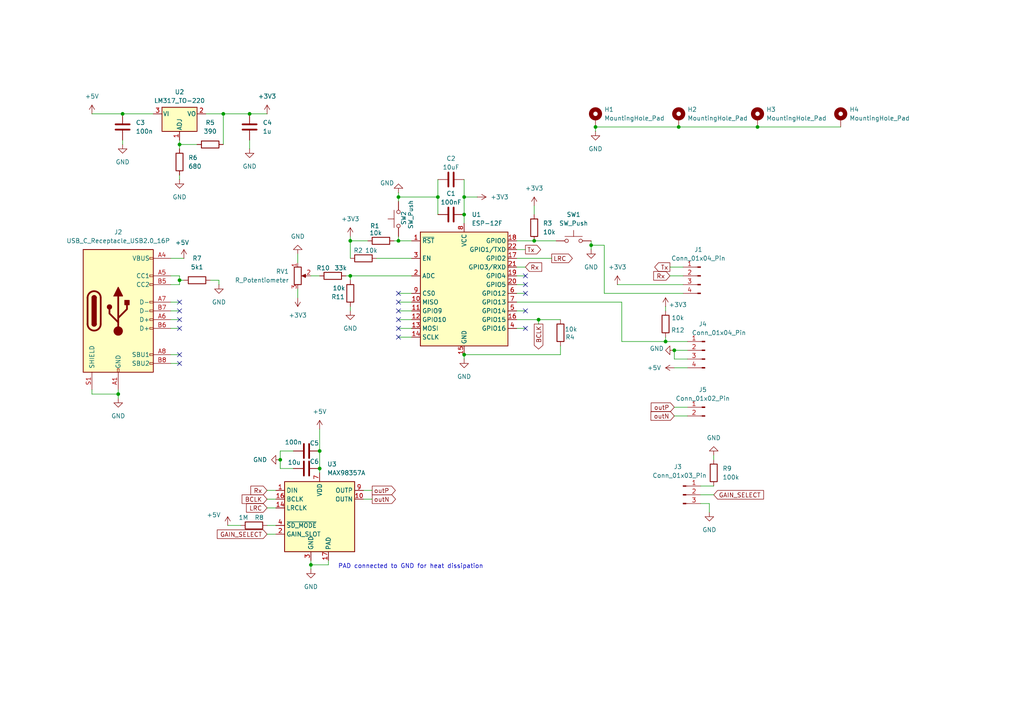
<source format=kicad_sch>
(kicad_sch (version 20250114) (generator "eeschema") (generator_version "9.0")
  (paper "A4")
  (lib_symbols
    (symbol "Audio:MAX98357A"
      (property "Reference" "U" (at -8.89 11.43 0))
      (property "Value" "MAX98357A" (at 10.16 11.43 0))
      (symbol "MAX98357A_1_1"
        (rectangle (start -10.16 10.16) (end 10.16 -10.16) (stroke (width 0.254)) (fill (type background)))
        (pin input line (at -12.7 7.62 0) (length 2.54) (name "DIN") (number "1"))
        (pin input line (at -12.7 5.08 0) (length 2.54) (name "BCLK") (number "16"))
        (pin input line (at -12.7 2.54 0) (length 2.54) (name "LRCLK") (number "14"))
        (pin input line (at -12.7 -2.54 0) (length 2.54) (name "~{SD_MODE}") (number "4"))
        (pin passive line (at -12.7 -5.08 0) (length 2.54) (name "GAIN_SLOT") (number "2"))
        (pin passive line (at -2.54 -12.7 90) (length 2.54) (hide yes) (name "GND") (number "11"))
        (pin passive line (at -2.54 -12.7 90) (length 2.54) (hide yes) (name "GND") (number "15"))
        (pin power_in line (at -2.54 -12.7 90) (length 2.54) (name "GND") (number "3"))
        (pin power_in line (at 0 12.7 270) (length 2.54) (name "VDD") (number "7"))
        (pin passive line (at 0 12.7 270) (length 2.54) (hide yes) (name "VDD") (number "8"))
        (pin unspecified line (at 2.54 -12.7 90) (length 2.54) (name "PAD") (number "17"))
        (pin no_connect line (at 10.16 2.54 180) (length 2.54) (hide yes) (name "NC") (number "5"))
        (pin no_connect line (at 10.16 0 180) (length 2.54) (hide yes) (name "NC") (number "6"))
        (pin no_connect line (at 10.16 -5.08 180) (length 2.54) (hide yes) (name "NC") (number "12"))
        (pin no_connect line (at 10.16 -7.62 180) (length 2.54) (hide yes) (name "NC") (number "13"))
        (pin output line (at 12.7 7.62 180) (length 2.54) (name "OUTP") (number "9"))
        (pin output line (at 12.7 5.08 180) (length 2.54) (name "OUTN") (number "10"))
      )
    )
    (symbol "Connector:Conn_01x02_Pin" (pin_names (offset 1.016) (hide yes))
      (property "Reference" "J" (at 0 2.54 0))
      (property "Value" "Conn_01x02_Pin" (at 0 -5.08 0))
      (symbol "Conn_01x02_Pin_1_1"
        (rectangle (start 0.8636 0.127) (end 0 -0.127) (stroke (width 0.1524)) (fill (type outline)))
        (rectangle (start 0.8636 -2.413) (end 0 -2.667) (stroke (width 0.1524)) (fill (type outline)))
        (polyline (pts (xy 1.27 0) (xy 0.8636 0)) (stroke (width 0.1524)))
        (polyline (pts (xy 1.27 -2.54) (xy 0.8636 -2.54)) (stroke (width 0.1524)))
        (pin passive line (at 5.08 0 180) (length 3.81) (name "Pin_1") (number "1"))
        (pin passive line (at 5.08 -2.54 180) (length 3.81) (name "Pin_2") (number "2"))
      )
    )
    (symbol "Connector:Conn_01x03_Pin" (pin_names (offset 1.016) (hide yes))
      (property "Reference" "J" (at 0 5.08 0))
      (property "Value" "Conn_01x03_Pin" (at 0 -5.08 0))
      (symbol "Conn_01x03_Pin_1_1"
        (rectangle (start 0.8636 2.667) (end 0 2.413) (stroke (width 0.1524)) (fill (type outline)))
        (rectangle (start 0.8636 0.127) (end 0 -0.127) (stroke (width 0.1524)) (fill (type outline)))
        (rectangle (start 0.8636 -2.413) (end 0 -2.667) (stroke (width 0.1524)) (fill (type outline)))
        (polyline (pts (xy 1.27 2.54) (xy 0.8636 2.54)) (stroke (width 0.1524)))
        (polyline (pts (xy 1.27 0) (xy 0.8636 0)) (stroke (width 0.1524)))
        (polyline (pts (xy 1.27 -2.54) (xy 0.8636 -2.54)) (stroke (width 0.1524)))
        (pin passive line (at 5.08 2.54 180) (length 3.81) (name "Pin_1") (number "1"))
        (pin passive line (at 5.08 0 180) (length 3.81) (name "Pin_2") (number "2"))
        (pin passive line (at 5.08 -2.54 180) (length 3.81) (name "Pin_3") (number "3"))
      )
    )
    (symbol "Connector:Conn_01x04_Pin" (pin_names (offset 1.016) (hide yes))
      (property "Reference" "J" (at 0 5.08 0))
      (property "Value" "Conn_01x04_Pin" (at 0 -7.62 0))
      (symbol "Conn_01x04_Pin_1_1"
        (rectangle (start 0.8636 2.667) (end 0 2.413) (stroke (width 0.1524)) (fill (type outline)))
        (rectangle (start 0.8636 0.127) (end 0 -0.127) (stroke (width 0.1524)) (fill (type outline)))
        (rectangle (start 0.8636 -2.413) (end 0 -2.667) (stroke (width 0.1524)) (fill (type outline)))
        (rectangle (start 0.8636 -4.953) (end 0 -5.207) (stroke (width 0.1524)) (fill (type outline)))
        (polyline (pts (xy 1.27 2.54) (xy 0.8636 2.54)) (stroke (width 0.1524)))
        (polyline (pts (xy 1.27 0) (xy 0.8636 0)) (stroke (width 0.1524)))
        (polyline (pts (xy 1.27 -2.54) (xy 0.8636 -2.54)) (stroke (width 0.1524)))
        (polyline (pts (xy 1.27 -5.08) (xy 0.8636 -5.08)) (stroke (width 0.1524)))
        (pin passive line (at 5.08 2.54 180) (length 3.81) (name "Pin_1") (number "1"))
        (pin passive line (at 5.08 0 180) (length 3.81) (name "Pin_2") (number "2"))
        (pin passive line (at 5.08 -2.54 180) (length 3.81) (name "Pin_3") (number "3"))
        (pin passive line (at 5.08 -5.08 180) (length 3.81) (name "Pin_4") (number "4"))
      )
    )
    (symbol "Connector:USB_C_Receptacle_USB2.0_16P" (pin_names (offset 1.016))
      (property "Reference" "J" (at 0 22.225 0))
      (property "Value" "USB_C_Receptacle_USB2.0_16P" (at 0 19.685 0))
      (symbol "USB_C_Receptacle_USB2.0_16P_0_0"
        (rectangle (start -0.254 -17.78) (end 0.254 -16.764))
        (rectangle (start 10.16 15.494) (end 9.144 14.986))
        (rectangle (start 10.16 10.414) (end 9.144 9.906))
        (rectangle (start 10.16 7.874) (end 9.144 7.366))
        (rectangle (start 10.16 2.794) (end 9.144 2.286))
        (rectangle (start 10.16 0.254) (end 9.144 -0.254))
        (rectangle (start 10.16 -2.286) (end 9.144 -2.794))
        (rectangle (start 10.16 -4.826) (end 9.144 -5.334))
        (rectangle (start 10.16 -12.446) (end 9.144 -12.954))
        (rectangle (start 10.16 -14.986) (end 9.144 -15.494))
      )
      (symbol "USB_C_Receptacle_USB2.0_16P_0_1"
        (rectangle (start -10.16 17.78) (end 10.16 -17.78) (stroke (width 0.254)) (fill (type background)))
        (polyline (pts (xy -8.89 -3.81) (xy -8.89 3.81)) (stroke (width 0.508)))
        (rectangle (start -7.62 -3.81) (end -6.35 3.81) (stroke (width 0.254)) (fill (type outline)))
        (arc (start -7.62 3.81) (mid -6.985 4.4423) (end -6.35 3.81) (stroke (width 0.254)))
        (arc (start -7.62 3.81) (mid -6.985 4.4423) (end -6.35 3.81) (stroke (width 0.254)) (fill (type outline)))
        (arc (start -8.89 3.81) (mid -6.985 5.7067) (end -5.08 3.81) (stroke (width 0.508)))
        (arc (start -5.08 -3.81) (mid -6.985 -5.7067) (end -8.89 -3.81) (stroke (width 0.508)))
        (arc (start -6.35 -3.81) (mid -6.985 -4.4423) (end -7.62 -3.81) (stroke (width 0.254)))
        (arc (start -6.35 -3.81) (mid -6.985 -4.4423) (end -7.62 -3.81) (stroke (width 0.254)) (fill (type outline)))
        (polyline (pts (xy -5.08 3.81) (xy -5.08 -3.81)) (stroke (width 0.508)))
        (circle (center -2.54 1.143) (radius 0.635) (stroke (width 0.254)) (fill (type outline)))
        (polyline (pts (xy -1.27 4.318) (xy 0 6.858) (xy 1.27 4.318) (xy -1.27 4.318)) (stroke (width 0.254)) (fill (type outline)))
        (polyline (pts (xy 0 -2.032) (xy 2.54 0.508) (xy 2.54 1.778)) (stroke (width 0.508)))
        (polyline (pts (xy 0 -3.302) (xy -2.54 -0.762) (xy -2.54 0.508)) (stroke (width 0.508)))
        (polyline (pts (xy 0 -5.842) (xy 0 4.318)) (stroke (width 0.508)))
        (circle (center 0 -5.842) (radius 1.27) (fill (type outline)))
        (rectangle (start 1.905 1.778) (end 3.175 3.048) (stroke (width 0.254)) (fill (type outline)))
      )
      (symbol "USB_C_Receptacle_USB2.0_16P_1_1"
        (pin passive line (at -7.62 -22.86 90) (length 5.08) (name "SHIELD") (number "S1"))
        (pin passive line (at 0 -22.86 90) (length 5.08) (name "GND") (number "A1"))
        (pin passive line (at 0 -22.86 90) (length 5.08) (hide yes) (name "GND") (number "A12"))
        (pin passive line (at 0 -22.86 90) (length 5.08) (hide yes) (name "GND") (number "B1"))
        (pin passive line (at 0 -22.86 90) (length 5.08) (hide yes) (name "GND") (number "B12"))
        (pin passive line (at 15.24 15.24 180) (length 5.08) (name "VBUS") (number "A4"))
        (pin passive line (at 15.24 15.24 180) (length 5.08) (hide yes) (name "VBUS") (number "A9"))
        (pin passive line (at 15.24 15.24 180) (length 5.08) (hide yes) (name "VBUS") (number "B4"))
        (pin passive line (at 15.24 15.24 180) (length 5.08) (hide yes) (name "VBUS") (number "B9"))
        (pin bidirectional line (at 15.24 10.16 180) (length 5.08) (name "CC1") (number "A5"))
        (pin bidirectional line (at 15.24 7.62 180) (length 5.08) (name "CC2") (number "B5"))
        (pin bidirectional line (at 15.24 2.54 180) (length 5.08) (name "D-") (number "A7"))
        (pin bidirectional line (at 15.24 0 180) (length 5.08) (name "D-") (number "B7"))
        (pin bidirectional line (at 15.24 -2.54 180) (length 5.08) (name "D+") (number "A6"))
        (pin bidirectional line (at 15.24 -5.08 180) (length 5.08) (name "D+") (number "B6"))
        (pin bidirectional line (at 15.24 -12.7 180) (length 5.08) (name "SBU1") (number "A8"))
        (pin bidirectional line (at 15.24 -15.24 180) (length 5.08) (name "SBU2") (number "B8"))
      )
    )
    (symbol "Device:C" (pin_numbers (hide yes)) (pin_names (offset 0.254))
      (property "Reference" "C" (at 0.635 2.54 0))
      (property "Value" "C" (at 0.635 -2.54 0))
      (symbol "C_0_1"
        (polyline (pts (xy -2.032 0.762) (xy 2.032 0.762)) (stroke (width 0.508)))
        (polyline (pts (xy -2.032 -0.762) (xy 2.032 -0.762)) (stroke (width 0.508)))
      )
      (symbol "C_1_1"
        (pin passive line (at 0 3.81 270) (length 2.794) (name "~") (number "1"))
        (pin passive line (at 0 -3.81 90) (length 2.794) (name "~") (number "2"))
      )
    )
    (symbol "Device:R" (pin_numbers (hide yes)) (pin_names (offset 0))
      (property "Reference" "R" (at 2.032 0 90))
      (property "Value" "R" (at 0 0 90))
      (symbol "R_0_1"
        (rectangle (start -1.016 -2.54) (end 1.016 2.54) (stroke (width 0.254)))
      )
      (symbol "R_1_1"
        (pin passive line (at 0 3.81 270) (length 1.27) (name "~") (number "1"))
        (pin passive line (at 0 -3.81 90) (length 1.27) (name "~") (number "2"))
      )
    )
    (symbol "Device:R_Potentiometer" (pin_names (offset 1.016) (hide yes))
      (property "Reference" "RV" (at -4.445 0 90))
      (property "Value" "R_Potentiometer" (at -2.54 0 90))
      (symbol "R_Potentiometer_0_1"
        (rectangle (start 1.016 2.54) (end -1.016 -2.54) (stroke (width 0.254)))
        (polyline (pts (xy 1.143 0) (xy 2.286 0.508) (xy 2.286 -0.508) (xy 1.143 0)) (fill (type outline)))
        (polyline (pts (xy 2.54 0) (xy 1.524 0)))
      )
      (symbol "R_Potentiometer_1_1"
        (pin passive line (at 0 3.81 270) (length 1.27) (name "1") (number "1"))
        (pin passive line (at 0 -3.81 90) (length 1.27) (name "3") (number "3"))
        (pin passive line (at 3.81 0 180) (length 1.27) (name "2") (number "2"))
      )
    )
    (symbol "Mechanical:MountingHole_Pad" (pin_numbers (hide yes)) (pin_names (offset 1.016) (hide yes)) (exclude_from_sim yes) (in_bom no)
      (property "Reference" "H" (at 0 6.35 0))
      (property "Value" "MountingHole_Pad" (at 0 4.445 0))
      (symbol "MountingHole_Pad_0_1"
        (circle (center 0 1.27) (radius 1.27) (stroke (width 1.27)))
      )
      (symbol "MountingHole_Pad_1_1"
        (pin input line (at 0 -2.54 90) (length 2.54) (name "1") (number "1"))
      )
    )
    (symbol "RF_Module:ESP-12F"
      (property "Reference" "U" (at -12.7 19.05 0))
      (property "Value" "ESP-12F" (at 12.7 19.05 0))
      (symbol "ESP-12F_0_1"
        (rectangle (start -12.7 17.78) (end 12.7 -15.24) (stroke (width 0.254)) (fill (type background)))
      )
      (symbol "ESP-12F_1_1"
        (pin input line (at -15.24 15.24 0) (length 2.54) (name "~{RST}") (number "1"))
        (pin input line (at -15.24 10.16 0) (length 2.54) (name "EN") (number "3"))
        (pin input line (at -15.24 5.08 0) (length 2.54) (name "ADC") (number "2"))
        (pin input line (at -15.24 0 0) (length 2.54) (name "CS0") (number "9"))
        (pin bidirectional line (at -15.24 -2.54 0) (length 2.54) (name "MISO") (number "10"))
        (pin bidirectional line (at -15.24 -5.08 0) (length 2.54) (name "GPIO9") (number "11"))
        (pin bidirectional line (at -15.24 -7.62 0) (length 2.54) (name "GPIO10") (number "12"))
        (pin bidirectional line (at -15.24 -10.16 0) (length 2.54) (name "MOSI") (number "13"))
        (pin bidirectional line (at -15.24 -12.7 0) (length 2.54) (name "SCLK") (number "14"))
        (pin power_in line (at 0 20.32 270) (length 2.54) (name "VCC") (number "8"))
        (pin power_in line (at 0 -17.78 90) (length 2.54) (name "GND") (number "15"))
        (pin bidirectional line (at 15.24 15.24 180) (length 2.54) (name "GPIO0") (number "18"))
        (pin bidirectional line (at 15.24 12.7 180) (length 2.54) (name "GPIO1/TXD") (number "22"))
        (pin bidirectional line (at 15.24 10.16 180) (length 2.54) (name "GPIO2") (number "17"))
        (pin bidirectional line (at 15.24 7.62 180) (length 2.54) (name "GPIO3/RXD") (number "21"))
        (pin bidirectional line (at 15.24 5.08 180) (length 2.54) (name "GPIO4") (number "19"))
        (pin bidirectional line (at 15.24 2.54 180) (length 2.54) (name "GPIO5") (number "20"))
        (pin bidirectional line (at 15.24 0 180) (length 2.54) (name "GPIO12") (number "6"))
        (pin bidirectional line (at 15.24 -2.54 180) (length 2.54) (name "GPIO13") (number "7"))
        (pin bidirectional line (at 15.24 -5.08 180) (length 2.54) (name "GPIO14") (number "5"))
        (pin bidirectional line (at 15.24 -7.62 180) (length 2.54) (name "GPIO15") (number "16"))
        (pin bidirectional line (at 15.24 -10.16 180) (length 2.54) (name "GPIO16") (number "4"))
      )
    )
    (symbol "Regulator_Linear:LM317_TO-220" (pin_names (offset 0.254))
      (property "Reference" "U" (at -3.81 3.175 0))
      (property "Value" "LM317_TO-220" (at 0 3.175 0))
      (symbol "LM317_TO-220_0_1"
        (rectangle (start -5.08 1.905) (end 5.08 -5.08) (stroke (width 0.254)) (fill (type background)))
      )
      (symbol "LM317_TO-220_1_1"
        (pin power_in line (at -7.62 0 0) (length 2.54) (name "VI") (number "3"))
        (pin input line (at 0 -7.62 90) (length 2.54) (name "ADJ") (number "1"))
        (pin power_out line (at 7.62 0 180) (length 2.54) (name "VO") (number "2"))
      )
    )
    (symbol "Switch:SW_Push" (pin_numbers (hide yes)) (pin_names (offset 1.016) (hide yes))
      (property "Reference" "SW" (at 1.27 2.54 0))
      (property "Value" "SW_Push" (at 0 -1.524 0))
      (symbol "SW_Push_0_1"
        (circle (center -2.032 0) (radius 0.508))
        (polyline (pts (xy 0 1.27) (xy 0 3.048)))
        (circle (center 2.032 0) (radius 0.508))
        (polyline (pts (xy 2.54 1.27) (xy -2.54 1.27)))
        (pin passive line (at -5.08 0 0) (length 2.54) (name "1") (number "1"))
        (pin passive line (at 5.08 0 180) (length 2.54) (name "2") (number "2"))
      )
    )
    (symbol "power:+3V3" (power) (pin_numbers (hide yes)) (pin_names (offset 0) (hide yes))
      (property "Value" "+3V3" (at 0 3.556 0))
      (symbol "+3V3_0_1"
        (polyline (pts (xy -0.762 1.27) (xy 0 2.54)))
        (polyline (pts (xy 0 2.54) (xy 0.762 1.27)))
        (polyline (pts (xy 0 0) (xy 0 2.54)))
      )
      (symbol "+3V3_1_1"
        (pin power_in line (at 0 0 90) (length 0) (name "~") (number "1"))
      )
    )
    (symbol "power:+5V" (power) (pin_numbers (hide yes)) (pin_names (offset 0) (hide yes))
      (property "Value" "+5V" (at 0 3.556 0))
      (symbol "+5V_0_1"
        (polyline (pts (xy -0.762 1.27) (xy 0 2.54)))
        (polyline (pts (xy 0 2.54) (xy 0.762 1.27)))
        (polyline (pts (xy 0 0) (xy 0 2.54)))
      )
      (symbol "+5V_1_1"
        (pin power_in line (at 0 0 90) (length 0) (name "~") (number "1"))
      )
    )
    (symbol "power:GND" (power) (pin_numbers (hide yes)) (pin_names (offset 0) (hide yes))
      (property "Value" "GND" (at 0 -3.81 0))
      (symbol "GND_0_1"
        (polyline (pts (xy 0 0) (xy 0 -1.27) (xy 1.27 -1.27) (xy 0 -2.54) (xy -1.27 -1.27) (xy 0 -1.27)))
      )
      (symbol "GND_1_1"
        (pin power_in line (at 0 0 270) (length 0) (name "~") (number "1"))
      )
    )
  )
  (text "PAD connected to GND for heat dissipation" (at 119.126 164.338 0) (effects (font (size 1.27 1.27))))
  (junction (at 52.07 41.91))
  (junction (at 193.04 99.06))
  (junction (at 127 57.15))
  (junction (at 196.85 36.83))
  (junction (at 90.17 163.83))
  (junction (at 134.62 57.15))
  (junction (at 115.57 69.85))
  (junction (at 172.72 36.83))
  (junction (at 219.71 36.83))
  (junction (at 92.71 135.89))
  (junction (at 34.29 114.3))
  (junction (at 92.71 130.81))
  (junction (at 81.28 133.35))
  (junction (at 134.62 102.87))
  (junction (at 101.6 69.85))
  (junction (at 101.6 80.01))
  (junction (at 154.94 69.85))
  (junction (at 35.56 33.02))
  (junction (at 134.62 62.23))
  (junction (at 195.58 101.6))
  (junction (at 52.07 81.28))
  (junction (at 156.21 92.71))
  (junction (at 115.57 57.15))
  (junction (at 171.45 71.12))
  (junction (at 64.77 33.02))
  (junction (at 72.39 33.02))
  (no_connect (at 115.57 95.25))
  (no_connect (at 152.4 85.09))
  (no_connect (at 52.07 90.17))
  (no_connect (at 152.4 82.55))
  (no_connect (at 115.57 90.17))
  (no_connect (at 52.07 87.63))
  (no_connect (at 52.07 95.25))
  (no_connect (at 152.4 90.17))
  (no_connect (at 115.57 92.71))
  (no_connect (at 152.4 80.01))
  (no_connect (at 52.07 102.87))
  (no_connect (at 52.07 105.41))
  (no_connect (at 115.57 97.79))
  (no_connect (at 115.57 87.63))
  (no_connect (at 152.4 95.25))
  (no_connect (at 115.57 85.09))
  (no_connect (at 52.07 92.71))
  (wire (pts (xy 196.85 36.83) (xy 219.71 36.83)))
  (wire (pts (xy 90.17 162.56) (xy 90.17 163.83)))
  (wire (pts (xy 203.2 143.51) (xy 207.01 143.51)))
  (wire (pts (xy 52.07 52.07) (xy 52.07 50.8)))
  (wire (pts (xy 156.21 92.71) (xy 162.56 92.71)))
  (wire (pts (xy 198.12 85.09) (xy 175.26 85.09)))
  (wire (pts (xy 193.04 88.9) (xy 193.04 90.17)))
  (wire (pts (xy 115.57 55.88) (xy 115.57 57.15)))
  (wire (pts (xy 77.47 147.32) (xy 80.01 147.32)))
  (wire (pts (xy 90.17 163.83) (xy 95.25 163.83)))
  (wire (pts (xy 152.4 95.25) (xy 149.86 95.25)))
  (wire (pts (xy 53.34 81.28) (xy 52.07 81.28)))
  (wire (pts (xy 86.36 83.82) (xy 86.36 86.36)))
  (wire (pts (xy 194.31 80.01) (xy 198.12 80.01)))
  (wire (pts (xy 207.01 132.08) (xy 207.01 133.35)))
  (wire (pts (xy 195.58 120.65) (xy 199.39 120.65)))
  (wire (pts (xy 195.58 118.11) (xy 199.39 118.11)))
  (wire (pts (xy 101.6 69.85) (xy 101.6 74.93)))
  (wire (pts (xy 175.26 71.12) (xy 171.45 71.12)))
  (wire (pts (xy 86.36 73.66) (xy 86.36 76.2)))
  (wire (pts (xy 195.58 106.68) (xy 199.39 106.68)))
  (wire (pts (xy 59.69 33.02) (xy 64.77 33.02)))
  (wire (pts (xy 195.58 104.14) (xy 199.39 104.14)))
  (wire (pts (xy 85.09 135.89) (xy 81.28 135.89)))
  (wire (pts (xy 109.22 74.93) (xy 119.38 74.93)))
  (wire (pts (xy 34.29 114.3) (xy 34.29 115.57)))
  (wire (pts (xy 175.26 85.09) (xy 175.26 71.12)))
  (wire (pts (xy 115.57 57.15) (xy 127 57.15)))
  (wire (pts (xy 180.34 87.63) (xy 180.34 99.06)))
  (wire (pts (xy 92.71 130.81) (xy 92.71 135.89)))
  (wire (pts (xy 162.56 102.87) (xy 134.62 102.87)))
  (wire (pts (xy 115.57 97.79) (xy 119.38 97.79)))
  (wire (pts (xy 154.94 59.69) (xy 154.94 62.23)))
  (wire (pts (xy 152.4 82.55) (xy 149.86 82.55)))
  (wire (pts (xy 101.6 69.85) (xy 106.68 69.85)))
  (wire (pts (xy 90.17 80.01) (xy 92.71 80.01)))
  (wire (pts (xy 101.6 80.01) (xy 100.33 80.01)))
  (wire (pts (xy 92.71 135.89) (xy 92.71 137.16)))
  (wire (pts (xy 149.86 87.63) (xy 180.34 87.63)))
  (wire (pts (xy 49.53 74.93) (xy 53.34 74.93)))
  (wire (pts (xy 115.57 87.63) (xy 119.38 87.63)))
  (wire (pts (xy 85.09 130.81) (xy 81.28 130.81)))
  (wire (pts (xy 90.17 165.1) (xy 90.17 163.83)))
  (wire (pts (xy 77.47 144.78) (xy 80.01 144.78)))
  (wire (pts (xy 52.07 43.18) (xy 52.07 41.91)))
  (wire (pts (xy 35.56 33.02) (xy 44.45 33.02)))
  (wire (pts (xy 52.07 105.41) (xy 49.53 105.41)))
  (wire (pts (xy 77.47 33.02) (xy 72.39 33.02)))
  (wire (pts (xy 219.71 36.83) (xy 243.84 36.83)))
  (wire (pts (xy 107.95 142.24) (xy 105.41 142.24)))
  (wire (pts (xy 26.67 33.02) (xy 35.56 33.02)))
  (wire (pts (xy 52.07 87.63) (xy 49.53 87.63)))
  (wire (pts (xy 149.86 72.39) (xy 152.4 72.39)))
  (wire (pts (xy 134.62 57.15) (xy 134.62 62.23)))
  (wire (pts (xy 101.6 80.01) (xy 101.6 81.28)))
  (wire (pts (xy 134.62 62.23) (xy 134.62 64.77)))
  (wire (pts (xy 52.07 102.87) (xy 49.53 102.87)))
  (wire (pts (xy 34.29 113.03) (xy 34.29 114.3)))
  (wire (pts (xy 115.57 69.85) (xy 119.38 69.85)))
  (wire (pts (xy 194.31 77.47) (xy 198.12 77.47)))
  (wire (pts (xy 92.71 124.46) (xy 92.71 130.81)))
  (wire (pts (xy 203.2 146.05) (xy 205.74 146.05)))
  (wire (pts (xy 52.07 92.71) (xy 49.53 92.71)))
  (wire (pts (xy 81.28 135.89) (xy 81.28 133.35)))
  (wire (pts (xy 52.07 40.64) (xy 52.07 41.91)))
  (wire (pts (xy 77.47 152.4) (xy 80.01 152.4)))
  (wire (pts (xy 115.57 85.09) (xy 119.38 85.09)))
  (wire (pts (xy 154.94 69.85) (xy 161.29 69.85)))
  (wire (pts (xy 149.86 74.93) (xy 160.02 74.93)))
  (wire (pts (xy 162.56 100.33) (xy 162.56 102.87)))
  (wire (pts (xy 152.4 85.09) (xy 149.86 85.09)))
  (wire (pts (xy 35.56 40.64) (xy 35.56 41.91)))
  (wire (pts (xy 101.6 88.9) (xy 101.6 90.17)))
  (wire (pts (xy 179.07 82.55) (xy 198.12 82.55)))
  (wire (pts (xy 115.57 90.17) (xy 119.38 90.17)))
  (wire (pts (xy 52.07 81.28) (xy 52.07 80.01)))
  (wire (pts (xy 134.62 102.87) (xy 134.62 104.14)))
  (wire (pts (xy 149.86 92.71) (xy 156.21 92.71)))
  (wire (pts (xy 81.28 130.81) (xy 81.28 133.35)))
  (wire (pts (xy 60.96 81.28) (xy 63.5 81.28)))
  (wire (pts (xy 95.25 162.56) (xy 95.25 163.83)))
  (wire (pts (xy 115.57 57.15) (xy 115.57 58.42)))
  (wire (pts (xy 107.95 144.78) (xy 105.41 144.78)))
  (wire (pts (xy 127 57.15) (xy 127 62.23)))
  (wire (pts (xy 156.21 93.98) (xy 156.21 92.71)))
  (wire (pts (xy 171.45 71.12) (xy 171.45 72.39)))
  (wire (pts (xy 63.5 81.28) (xy 63.5 82.55)))
  (wire (pts (xy 115.57 68.58) (xy 115.57 69.85)))
  (wire (pts (xy 77.47 142.24) (xy 80.01 142.24)))
  (wire (pts (xy 180.34 99.06) (xy 193.04 99.06)))
  (wire (pts (xy 26.67 114.3) (xy 34.29 114.3)))
  (wire (pts (xy 49.53 82.55) (xy 52.07 82.55)))
  (wire (pts (xy 52.07 41.91) (xy 57.15 41.91)))
  (wire (pts (xy 171.45 69.85) (xy 171.45 71.12)))
  (wire (pts (xy 66.04 152.4) (xy 69.85 152.4)))
  (wire (pts (xy 193.04 99.06) (xy 199.39 99.06)))
  (wire (pts (xy 26.67 113.03) (xy 26.67 114.3)))
  (wire (pts (xy 64.77 33.02) (xy 72.39 33.02)))
  (wire (pts (xy 127 52.07) (xy 127 57.15)))
  (wire (pts (xy 115.57 92.71) (xy 119.38 92.71)))
  (wire (pts (xy 52.07 80.01) (xy 49.53 80.01)))
  (wire (pts (xy 205.74 146.05) (xy 205.74 148.59)))
  (wire (pts (xy 114.3 69.85) (xy 115.57 69.85)))
  (wire (pts (xy 193.04 97.79) (xy 193.04 99.06)))
  (wire (pts (xy 64.77 33.02) (xy 64.77 41.91)))
  (wire (pts (xy 72.39 40.64) (xy 72.39 43.18)))
  (wire (pts (xy 195.58 104.14) (xy 195.58 101.6)))
  (wire (pts (xy 115.57 95.25) (xy 119.38 95.25)))
  (wire (pts (xy 152.4 80.01) (xy 149.86 80.01)))
  (wire (pts (xy 52.07 82.55) (xy 52.07 81.28)))
  (wire (pts (xy 52.07 90.17) (xy 49.53 90.17)))
  (wire (pts (xy 134.62 57.15) (xy 138.43 57.15)))
  (wire (pts (xy 149.86 77.47) (xy 152.4 77.47)))
  (wire (pts (xy 134.62 52.07) (xy 134.62 57.15)))
  (wire (pts (xy 101.6 80.01) (xy 119.38 80.01)))
  (wire (pts (xy 172.72 36.83) (xy 172.72 38.1)))
  (wire (pts (xy 195.58 101.6) (xy 199.39 101.6)))
  (wire (pts (xy 203.2 140.97) (xy 207.01 140.97)))
  (wire (pts (xy 77.47 154.94) (xy 80.01 154.94)))
  (wire (pts (xy 101.6 68.58) (xy 101.6 69.85)))
  (wire (pts (xy 149.86 69.85) (xy 154.94 69.85)))
  (wire (pts (xy 52.07 95.25) (xy 49.53 95.25)))
  (wire (pts (xy 152.4 90.17) (xy 149.86 90.17)))
  (wire (pts (xy 172.72 36.83) (xy 196.85 36.83)))
  (global_label "GAIN_SELECT" (shape input) (at 207.01 143.51 0) (property "Intersheetrefs" "${INTERSHEET_REFS}" (effects (hide yes))))
  (global_label "Tx" (shape output) (at 194.31 77.47 180) (property "Intersheetrefs" "${INTERSHEET_REFS}" (effects (hide yes))))
  (global_label "outP" (shape input) (at 195.58 118.11 180) (property "Intersheetrefs" "${INTERSHEET_REFS}" (effects (hide yes))))
  (global_label "GAIN_SELECT" (shape input) (at 77.47 154.94 180) (property "Intersheetrefs" "${INTERSHEET_REFS}" (effects (hide yes))))
  (global_label "outP" (shape output) (at 107.95 142.24 0) (property "Intersheetrefs" "${INTERSHEET_REFS}" (effects (hide yes))))
  (global_label "BCLK" (shape input) (at 77.47 144.78 180) (property "Intersheetrefs" "${INTERSHEET_REFS}" (effects (hide yes))))
  (global_label "Rx" (shape input) (at 77.47 142.24 180) (property "Intersheetrefs" "${INTERSHEET_REFS}" (effects (hide yes))))
  (global_label "outN" (shape output) (at 107.95 144.78 0) (property "Intersheetrefs" "${INTERSHEET_REFS}" (effects (hide yes))))
  (global_label "BCLK" (shape output) (at 156.21 93.98 270) (property "Intersheetrefs" "${INTERSHEET_REFS}" (effects (hide yes))))
  (global_label "LRC" (shape input) (at 77.47 147.32 180) (property "Intersheetrefs" "${INTERSHEET_REFS}" (effects (hide yes))))
  (global_label "Rx" (shape input) (at 194.31 80.01 180) (property "Intersheetrefs" "${INTERSHEET_REFS}" (effects (hide yes))))
  (global_label "Rx" (shape input) (at 152.4 77.47 0) (property "Intersheetrefs" "${INTERSHEET_REFS}" (effects (hide yes))))
  (global_label "LRC" (shape output) (at 160.02 74.93 0) (property "Intersheetrefs" "${INTERSHEET_REFS}" (effects (hide yes))))
  (global_label "Tx" (shape output) (at 152.4 72.39 0) (property "Intersheetrefs" "${INTERSHEET_REFS}" (effects (hide yes))))
  (global_label "outN" (shape input) (at 195.58 120.65 180) (property "Intersheetrefs" "${INTERSHEET_REFS}" (effects (hide yes))))
  (symbol (lib_id "Device:C") (at 72.39 36.83 0) (unit 1)
    (property "Reference" "C4" (at 76.2 35.5599 0) (effects (justify left)))
    (property "Value" "1u" (at 76.2 38.0999 0) (effects (justify left)))
    (property "Footprint" "Capacitor_SMD:C_0805_2012Metric_Pad1.18x1.45mm_HandSolder" (effects (hide yes)))
    (property "Description" "Unpolarized capacitor" (effects (hide yes)))
  )
  (symbol (lib_id "power:+5V") (at 92.71 124.46 0) (unit 1)
    (property "Reference" "#PWR016" (effects (hide yes)))
    (property "Value" "+5V" (at 92.71 119.38 0))
    (property "Description" "Power symbol creates a global label with name \"+5V\"" (effects (hide yes)))
  )
  (symbol (lib_id "power:+5V") (at 26.67 33.02 0) (unit 1)
    (property "Reference" "#PWR08" (effects (hide yes)))
    (property "Value" "+5V" (at 26.67 27.94 0))
    (property "Description" "Power symbol creates a global label with name \"+5V\"" (effects (hide yes)))
  )
  (symbol (lib_id "Connector:Conn_01x03_Pin") (at 198.12 143.51 0) (unit 1)
    (property "Reference" "J3" (at 196.596 135.382 0))
    (property "Value" "Conn_01x03_Pin" (at 197.104 137.922 0))
    (property "Footprint" "Connector_PinHeader_2.54mm:PinHeader_1x03_P2.54mm_Vertical" (effects (hide yes)))
    (property "Description" "Generic connector, single row, 01x03, script generated" (effects (hide yes)))
  )
  (symbol (lib_id "power:+5V") (at 195.58 106.68 90) (unit 1)
    (property "Reference" "#PWR026" (effects (hide yes)))
    (property "Value" "+5V" (at 191.77 106.6799 90) (effects (justify left)))
    (property "Description" "Power symbol creates a global label with name \"+5V\"" (effects (hide yes)))
  )
  (symbol (lib_id "power:GND") (at 63.5 82.55 0) (unit 1)
    (property "Reference" "#PWR015" (effects (hide yes)))
    (property "Value" "GND" (at 63.5 87.63 0))
    (property "Description" "Power symbol creates a global label with name \"GND\" , ground" (effects (hide yes)))
  )
  (symbol (lib_id "Device:R") (at 101.6 85.09 180) (unit 1)
    (property "Reference" "R11" (at 98.044 86.106 0))
    (property "Value" "10k" (at 98.298 83.566 0))
    (property "Footprint" "Resistor_SMD:R_0805_2012Metric_Pad1.20x1.40mm_HandSolder" (effects (hide yes)))
    (property "Description" "Resistor" (effects (hide yes)))
  )
  (symbol (lib_id "power:+3V3") (at 77.47 33.02 0) (unit 1)
    (property "Reference" "#PWR012" (effects (hide yes)))
    (property "Value" "+3V3" (at 77.47 27.94 0))
    (property "Description" "Power symbol creates a global label with name \"+3V3\"" (effects (hide yes)))
  )
  (symbol (lib_id "Device:C") (at 130.81 52.07 90) (unit 1)
    (property "Reference" "C2" (at 130.81 45.974 90))
    (property "Value" "10uF" (at 130.81 48.514 90))
    (property "Footprint" "Capacitor_SMD:C_0805_2012Metric_Pad1.18x1.45mm_HandSolder" (effects (hide yes)))
    (property "Description" "Unpolarized capacitor" (effects (hide yes)))
  )
  (symbol (lib_id "power:+3V3") (at 138.43 57.15 270) (unit 1)
    (property "Reference" "#PWR01" (effects (hide yes)))
    (property "Value" "+3V3" (at 142.24 57.1499 90) (effects (justify left)))
    (property "Description" "Power symbol creates a global label with name \"+3V3\"" (effects (hide yes)))
  )
  (symbol (lib_id "Device:C") (at 88.9 135.89 90) (unit 1)
    (property "Reference" "C6" (at 91.186 133.858 90))
    (property "Value" "10u" (at 85.344 134.112 90))
    (property "Footprint" "Capacitor_SMD:C_0805_2012Metric_Pad1.18x1.45mm_HandSolder" (effects (hide yes)))
    (property "Description" "Unpolarized capacitor" (effects (hide yes)))
  )
  (symbol (lib_id "Regulator_Linear:LM317_TO-220") (at 52.07 33.02 0) (unit 1)
    (property "Reference" "U2" (at 52.07 26.67 0))
    (property "Value" "LM317_TO-220" (at 52.07 29.21 0))
    (property "Footprint" "Package_TO_SOT_THT:TO-220-3_Vertical" (effects (hide yes)))
    (property "Datasheet" "http://www.ti.com/lit/ds/symlink/lm317.pdf" (effects (hide yes)))
    (property "Description" "1.5A 35V Adjustable Linear Regulator, TO-220" (effects (hide yes)))
  )
  (symbol (lib_id "Device:R") (at 52.07 46.99 0) (unit 1)
    (property "Reference" "R6" (at 54.61 45.7199 0) (effects (justify left)))
    (property "Value" "680" (at 54.61 48.2599 0) (effects (justify left)))
    (property "Footprint" "Resistor_SMD:R_0805_2012Metric_Pad1.20x1.40mm_HandSolder" (effects (hide yes)))
    (property "Description" "Resistor" (effects (hide yes)))
  )
  (symbol (lib_id "power:+5V") (at 66.04 152.4 0) (unit 1)
    (property "Reference" "#PWR017" (effects (hide yes)))
    (property "Value" "+5V" (at 61.976 149.352 0))
    (property "Description" "Power symbol creates a global label with name \"+5V\"" (effects (hide yes)))
  )
  (symbol (lib_id "power:GND") (at 134.62 104.14 0) (unit 1)
    (property "Reference" "#PWR02" (effects (hide yes)))
    (property "Value" "GND" (at 134.62 109.22 0))
    (property "Description" "Power symbol creates a global label with name \"GND\" , ground" (effects (hide yes)))
  )
  (symbol (lib_id "power:+3V3") (at 154.94 59.69 0) (unit 1)
    (property "Reference" "#PWR04" (effects (hide yes)))
    (property "Value" "+3V3" (at 154.94 54.61 0))
    (property "Description" "Power symbol creates a global label with name \"+3V3\"" (effects (hide yes)))
  )
  (symbol (lib_id "Connector:Conn_01x04_Pin") (at 203.2 80.01 0) (mirror y) (unit 1)
    (property "Reference" "J1" (at 202.565 72.39 0))
    (property "Value" "Conn_01x04_Pin" (at 202.565 74.93 0))
    (property "Footprint" "Connector_PinHeader_2.54mm:PinHeader_1x04_P2.54mm_Vertical" (effects (hide yes)))
    (property "Description" "Generic connector, single row, 01x04, script generated" (effects (hide yes)))
  )
  (symbol (lib_id "Device:C") (at 88.9 130.81 90) (unit 1)
    (property "Reference" "C5" (at 91.186 128.524 90))
    (property "Value" "100n" (at 85.09 128.27 90))
    (property "Footprint" "Capacitor_SMD:C_0805_2012Metric_Pad1.18x1.45mm_HandSolder" (effects (hide yes)))
    (property "Description" "Unpolarized capacitor" (effects (hide yes)))
  )
  (symbol (lib_id "power:GND") (at 172.72 38.1 0) (unit 1)
    (property "Reference" "#PWR025" (effects (hide yes)))
    (property "Value" "GND" (at 172.72 43.18 0))
    (property "Description" "Power symbol creates a global label with name \"GND\" , ground" (effects (hide yes)))
  )
  (symbol (lib_id "power:GND") (at 207.01 132.08 180) (unit 1)
    (property "Reference" "#PWR019" (effects (hide yes)))
    (property "Value" "GND" (at 207.01 127 0))
    (property "Description" "Power symbol creates a global label with name \"GND\" , ground" (effects (hide yes)))
  )
  (symbol (lib_id "Device:C") (at 35.56 36.83 0) (unit 1)
    (property "Reference" "C3" (at 39.37 35.5599 0) (effects (justify left)))
    (property "Value" "100n" (at 39.37 38.0999 0) (effects (justify left)))
    (property "Footprint" "Capacitor_SMD:C_0805_2012Metric_Pad1.18x1.45mm_HandSolder" (effects (hide yes)))
    (property "Description" "Unpolarized capacitor" (effects (hide yes)))
  )
  (symbol (lib_id "power:GND") (at 86.36 73.66 180) (unit 1)
    (property "Reference" "#PWR022" (effects (hide yes)))
    (property "Value" "GND" (at 86.36 68.58 0))
    (property "Description" "Power symbol creates a global label with name \"GND\" , ground" (effects (hide yes)))
  )
  (symbol (lib_id "power:+3V3") (at 179.07 82.55 0) (unit 1)
    (property "Reference" "#PWR07" (effects (hide yes)))
    (property "Value" "+3V3" (at 179.07 77.47 0))
    (property "Description" "Power symbol creates a global label with name \"+3V3\"" (effects (hide yes)))
  )
  (symbol (lib_id "Device:R") (at 73.66 152.4 90) (unit 1)
    (property "Reference" "R8" (at 75.184 150.114 90))
    (property "Value" "1M" (at 70.612 150.114 90))
    (property "Footprint" "Resistor_SMD:R_0805_2012Metric_Pad1.20x1.40mm_HandSolder" (effects (hide yes)))
    (property "Description" "Resistor" (effects (hide yes)))
  )
  (symbol (lib_id "Device:R") (at 57.15 81.28 90) (unit 1)
    (property "Reference" "R7" (at 57.15 74.93 90))
    (property "Value" "5k1" (at 57.15 77.47 90))
    (property "Footprint" "Resistor_SMD:R_0805_2012Metric_Pad1.20x1.40mm_HandSolder" (effects (hide yes)))
    (property "Description" "Resistor" (effects (hide yes)))
  )
  (symbol (lib_id "Connector:Conn_01x04_Pin") (at 204.47 101.6 0) (mirror y) (unit 1)
    (property "Reference" "J4" (at 203.835 93.98 0))
    (property "Value" "Conn_01x04_Pin" (at 208.534 96.52 0))
    (property "Footprint" "Connector_PinHeader_2.54mm:PinHeader_1x04_P2.54mm_Vertical" (effects (hide yes)))
    (property "Description" "Generic connector, single row, 01x04, script generated" (effects (hide yes)))
  )
  (symbol (lib_id "power:GND") (at 101.6 90.17 0) (unit 1)
    (property "Reference" "#PWR024" (effects (hide yes)))
    (property "Value" "GND" (at 101.6 95.25 0))
    (property "Description" "Power symbol creates a global label with name \"GND\" , ground" (effects (hide yes)))
  )
  (symbol (lib_id "power:GND") (at 115.57 55.88 180) (unit 1)
    (property "Reference" "#PWR06" (effects (hide yes)))
    (property "Value" "GND" (at 112.268 53.086 0))
    (property "Description" "Power symbol creates a global label with name \"GND\" , ground" (effects (hide yes)))
  )
  (symbol (lib_id "Mechanical:MountingHole_Pad") (at 243.84 34.29 0) (unit 1) (exclude_from_sim yes) (in_bom no)
    (property "Reference" "H4" (at 246.38 31.7499 0) (effects (justify left)))
    (property "Value" "MountingHole_Pad" (at 246.38 34.2899 0) (effects (justify left)))
    (property "Footprint" "MountingHole:MountingHole_2.2mm_M2_DIN965_Pad" (effects (hide yes)))
    (property "Description" "Mounting Hole with connection" (effects (hide yes)))
  )
  (symbol (lib_id "power:+3V3") (at 86.36 86.36 180) (unit 1)
    (property "Reference" "#PWR023" (effects (hide yes)))
    (property "Value" "+3V3" (at 86.36 91.44 0))
    (property "Description" "Power symbol creates a global label with name \"+3V3\"" (effects (hide yes)))
  )
  (symbol (lib_id "Mechanical:MountingHole_Pad") (at 196.85 34.29 0) (unit 1) (exclude_from_sim yes) (in_bom no)
    (property "Reference" "H2" (at 199.39 31.7499 0) (effects (justify left)))
    (property "Value" "MountingHole_Pad" (at 199.39 34.2899 0) (effects (justify left)))
    (property "Footprint" "MountingHole:MountingHole_2.2mm_M2_DIN965_Pad" (effects (hide yes)))
    (property "Description" "Mounting Hole with connection" (effects (hide yes)))
  )
  (symbol (lib_id "Switch:SW_Push") (at 166.37 69.85 0) (unit 1)
    (property "Reference" "SW1" (at 166.37 62.23 0))
    (property "Value" "SW_Push" (at 166.37 64.77 0))
    (property "Footprint" "footprints:SW_1825910-6-4" (effects (hide yes)))
    (property "Description" "Push button switch, generic, two pins" (effects (hide yes)))
  )
  (symbol (lib_id "Device:R") (at 96.52 80.01 90) (unit 1)
    (property "Reference" "R10" (at 93.726 77.724 90))
    (property "Value" "33k" (at 98.806 77.724 90))
    (property "Footprint" "Resistor_SMD:R_0805_2012Metric_Pad1.20x1.40mm_HandSolder" (effects (hide yes)))
    (property "Description" "Resistor" (effects (hide yes)))
  )
  (symbol (lib_id "power:+3V3") (at 101.6 68.58 0) (unit 1)
    (property "Reference" "#PWR03" (effects (hide yes)))
    (property "Value" "+3V3" (at 101.6 63.5 0))
    (property "Description" "Power symbol creates a global label with name \"+3V3\"" (effects (hide yes)))
  )
  (symbol (lib_id "power:GND") (at 205.74 148.59 0) (unit 1)
    (property "Reference" "#PWR020" (effects (hide yes)))
    (property "Value" "GND" (at 205.74 153.67 0))
    (property "Description" "Power symbol creates a global label with name \"GND\" , ground" (effects (hide yes)))
  )
  (symbol (lib_id "power:GND") (at 195.58 101.6 270) (unit 1)
    (property "Reference" "#PWR028" (effects (hide yes)))
    (property "Value" "GND" (at 192.532 101.092 90) (effects (justify right)))
    (property "Description" "Power symbol creates a global label with name \"GND\" , ground" (effects (hide yes)))
  )
  (symbol (lib_id "Device:R") (at 207.01 137.16 180) (unit 1)
    (property "Reference" "R9" (at 209.55 135.8899 0) (effects (justify right)))
    (property "Value" "100k" (at 209.55 138.4299 0) (effects (justify right)))
    (property "Footprint" "Resistor_SMD:R_0805_2012Metric_Pad1.20x1.40mm_HandSolder" (effects (hide yes)))
    (property "Description" "Resistor" (effects (hide yes)))
  )
  (symbol (lib_id "power:GND") (at 81.28 133.35 270) (unit 1)
    (property "Reference" "#PWR021" (effects (hide yes)))
    (property "Value" "GND" (at 77.47 133.3499 90) (effects (justify right)))
    (property "Description" "Power symbol creates a global label with name \"GND\" , ground" (effects (hide yes)))
  )
  (symbol (lib_id "Audio:MAX98357A") (at 92.71 149.86 0) (unit 1)
    (property "Reference" "U3" (at 94.9041 134.62 0) (effects (justify left)))
    (property "Value" "MAX98357A" (at 94.9041 137.16 0) (effects (justify left)))
    (property "Footprint" "Package_DFN_QFN:TQFN-16-1EP_3x3mm_P0.5mm_EP1.23x1.23mm" (effects (hide yes)))
    (property "Datasheet" "https://www.analog.com/media/en/technical-documentation/data-sheets/MAX98357A-MAX98357B.pdf" (effects (hide yes)))
    (property "Description" "Mono DAC with amplifier, I2S, PCM, TDM, 32-bit, 96khz, 3.2W, TQFP-16" (effects (hide yes)))
  )
  (symbol (lib_id "Device:R") (at 60.96 41.91 270) (unit 1)
    (property "Reference" "R5" (at 60.96 35.56 90))
    (property "Value" "390" (at 60.96 38.1 90))
    (property "Footprint" "Resistor_SMD:R_0805_2012Metric_Pad1.20x1.40mm_HandSolder" (effects (hide yes)))
    (property "Description" "Resistor" (effects (hide yes)))
  )
  (symbol (lib_id "power:+5V") (at 53.34 74.93 0) (unit 1)
    (property "Reference" "#PWR013" (effects (hide yes)))
    (property "Value" "+5V" (at 52.832 70.358 0))
    (property "Description" "Power symbol creates a global label with name \"+5V\"" (effects (hide yes)))
  )
  (symbol (lib_id "power:GND") (at 72.39 43.18 0) (unit 1)
    (property "Reference" "#PWR011" (effects (hide yes)))
    (property "Value" "GND" (at 72.39 48.26 0))
    (property "Description" "Power symbol creates a global label with name \"GND\" , ground" (effects (hide yes)))
  )
  (symbol (lib_id "power:GND") (at 90.17 165.1 0) (unit 1)
    (property "Reference" "#PWR018" (effects (hide yes)))
    (property "Value" "GND" (at 90.17 170.18 0))
    (property "Description" "Power symbol creates a global label with name \"GND\" , ground" (effects (hide yes)))
  )
  (symbol (lib_id "Mechanical:MountingHole_Pad") (at 172.72 34.29 0) (unit 1) (exclude_from_sim yes) (in_bom no)
    (property "Reference" "H1" (at 175.26 31.7499 0) (effects (justify left)))
    (property "Value" "MountingHole_Pad" (at 175.26 34.2899 0) (effects (justify left)))
    (property "Footprint" "MountingHole:MountingHole_2.2mm_M2_DIN965_Pad" (effects (hide yes)))
    (property "Description" "Mounting Hole with connection" (effects (hide yes)))
  )
  (symbol (lib_id "power:GND") (at 35.56 41.91 0) (unit 1)
    (property "Reference" "#PWR010" (effects (hide yes)))
    (property "Value" "GND" (at 35.56 46.99 0))
    (property "Description" "Power symbol creates a global label with name \"GND\" , ground" (effects (hide yes)))
  )
  (symbol (lib_id "power:GND") (at 52.07 52.07 0) (unit 1)
    (property "Reference" "#PWR09" (effects (hide yes)))
    (property "Value" "GND" (at 52.07 57.15 0))
    (property "Description" "Power symbol creates a global label with name \"GND\" , ground" (effects (hide yes)))
  )
  (symbol (lib_id "power:+3V3") (at 193.04 88.9 0) (unit 1)
    (property "Reference" "#PWR027" (effects (hide yes)))
    (property "Value" "+3V3" (at 196.596 88.392 0))
    (property "Description" "Power symbol creates a global label with name \"+3V3\"" (effects (hide yes)))
  )
  (symbol (lib_id "Mechanical:MountingHole_Pad") (at 219.71 34.29 0) (unit 1) (exclude_from_sim yes) (in_bom no)
    (property "Reference" "H3" (at 222.25 31.7499 0) (effects (justify left)))
    (property "Value" "MountingHole_Pad" (at 222.25 34.2899 0) (effects (justify left)))
    (property "Footprint" "MountingHole:MountingHole_2.2mm_M2_DIN965_Pad" (effects (hide yes)))
    (property "Description" "Mounting Hole with connection" (effects (hide yes)))
  )
  (symbol (lib_id "Device:R") (at 110.49 69.85 90) (unit 1)
    (property "Reference" "R1" (at 108.712 65.532 90))
    (property "Value" "10k" (at 108.966 67.564 90))
    (property "Footprint" "Resistor_SMD:R_0805_2012Metric_Pad1.20x1.40mm_HandSolder" (effects (hide yes)))
    (property "Description" "Resistor" (effects (hide yes)))
  )
  (symbol (lib_id "Switch:SW_Push") (at 115.57 63.5 90) (unit 1)
    (property "Reference" "SW2" (at 117.094 63.246 0))
    (property "Value" "SW_Push" (at 119.126 62.23 0))
    (property "Footprint" "footprints:SW_1825910-6-4" (effects (hide yes)))
    (property "Description" "Push button switch, generic, two pins" (effects (hide yes)))
  )
  (symbol (lib_id "Device:R") (at 154.94 66.04 180) (unit 1)
    (property "Reference" "R3" (at 157.48 64.7699 0) (effects (justify right)))
    (property "Value" "10k" (at 157.48 67.3099 0) (effects (justify right)))
    (property "Footprint" "Resistor_SMD:R_0805_2012Metric_Pad1.20x1.40mm_HandSolder" (effects (hide yes)))
    (property "Description" "Resistor" (effects (hide yes)))
  )
  (symbol (lib_id "power:GND") (at 34.29 115.57 0) (unit 1)
    (property "Reference" "#PWR014" (effects (hide yes)))
    (property "Value" "GND" (at 34.29 120.65 0))
    (property "Description" "Power symbol creates a global label with name \"GND\" , ground" (effects (hide yes)))
  )
  (symbol (lib_id "Device:R") (at 162.56 96.52 0) (unit 1)
    (property "Reference" "R4" (at 165.354 97.79 0))
    (property "Value" "10k" (at 165.608 95.504 0))
    (property "Footprint" "Resistor_SMD:R_0805_2012Metric_Pad1.20x1.40mm_HandSolder" (effects (hide yes)))
    (property "Description" "Resistor" (effects (hide yes)))
  )
  (symbol (lib_id "Device:R") (at 193.04 93.98 0) (unit 1)
    (property "Reference" "R12" (at 196.596 95.758 0))
    (property "Value" "10k" (at 196.596 92.202 0))
    (property "Footprint" "Resistor_SMD:R_0805_2012Metric_Pad1.20x1.40mm_HandSolder" (effects (hide yes)))
    (property "Description" "Resistor" (effects (hide yes)))
  )
  (symbol (lib_id "Device:C") (at 130.81 62.23 90) (unit 1)
    (property "Reference" "C1" (at 130.81 56.134 90))
    (property "Value" "100nF" (at 130.81 58.674 90))
    (property "Footprint" "Capacitor_SMD:C_0805_2012Metric_Pad1.18x1.45mm_HandSolder" (effects (hide yes)))
    (property "Description" "Unpolarized capacitor" (effects (hide yes)))
  )
  (symbol (lib_id "Device:R_Potentiometer") (at 86.36 80.01 0) (unit 1)
    (property "Reference" "RV1" (at 83.82 78.7399 0) (effects (justify right)))
    (property "Value" "R_Potentiometer" (at 83.82 81.2799 0) (effects (justify right)))
    (property "Footprint" "Potentiometer_THT:Potentiometer_Piher_T-16H_Single_Horizontal" (effects (hide yes)))
    (property "Description" "Potentiometer" (effects (hide yes)))
  )
  (symbol (lib_id "Connector:Conn_01x02_Pin") (at 204.47 118.11 0) (mirror y) (unit 1)
    (property "Reference" "J5" (at 203.835 113.03 0))
    (property "Value" "Conn_01x02_Pin" (at 203.835 115.57 0))
    (property "Footprint" "Connector_PinHeader_2.54mm:PinHeader_1x02_P2.54mm_Vertical" (effects (hide yes)))
    (property "Description" "Generic connector, single row, 01x02, script generated" (effects (hide yes)))
  )
  (symbol (lib_id "RF_Module:ESP-12F") (at 134.62 85.09 0) (unit 1)
    (property "Reference" "U1" (at 136.8141 62.23 0) (effects (justify left)))
    (property "Value" "ESP-12F" (at 136.8141 64.77 0) (effects (justify left)))
    (property "Footprint" "RF_Module:ESP-12E" (effects (hide yes)))
    (property "Datasheet" "http://wiki.ai-thinker.com/_media/esp8266/esp8266_series_modules_user_manual_v1.1.pdf" (effects (hide yes)))
    (property "Description" "802.11 b/g/n Wi-Fi Module" (effects (hide yes)))
  )
  (symbol (lib_id "power:GND") (at 171.45 72.39 0) (unit 1)
    (property "Reference" "#PWR05" (effects (hide yes)))
    (property "Value" "GND" (at 171.45 77.47 0))
    (property "Description" "Power symbol creates a global label with name \"GND\" , ground" (effects (hide yes)))
  )
  (symbol (lib_id "Device:R") (at 105.41 74.93 90) (unit 1)
    (property "Reference" "R2" (at 103.886 72.644 90))
    (property "Value" "10k" (at 107.696 72.644 90))
    (property "Footprint" "Resistor_SMD:R_0805_2012Metric_Pad1.20x1.40mm_HandSolder" (effects (hide yes)))
    (property "Description" "Resistor" (effects (hide yes)))
  )
  (symbol (lib_id "Connector:USB_C_Receptacle_USB2.0_16P") (at 34.29 90.17 0) (unit 1)
    (property "Reference" "J2" (at 34.29 67.31 0))
    (property "Value" "USB_C_Receptacle_USB2.0_16P" (at 34.29 69.85 0))
    (property "Footprint" "Connector_USB:USB_C_Receptacle_HRO_TYPE-C-31-M-12" (effects (hide yes)))
    (property "Datasheet" "https://www.usb.org/sites/default/files/documents/usb_type-c.zip" (effects (hide yes)))
    (property "Description" "USB 2.0-only 16P Type-C Receptacle connector" (effects (hide yes)))
  )
)
</source>
